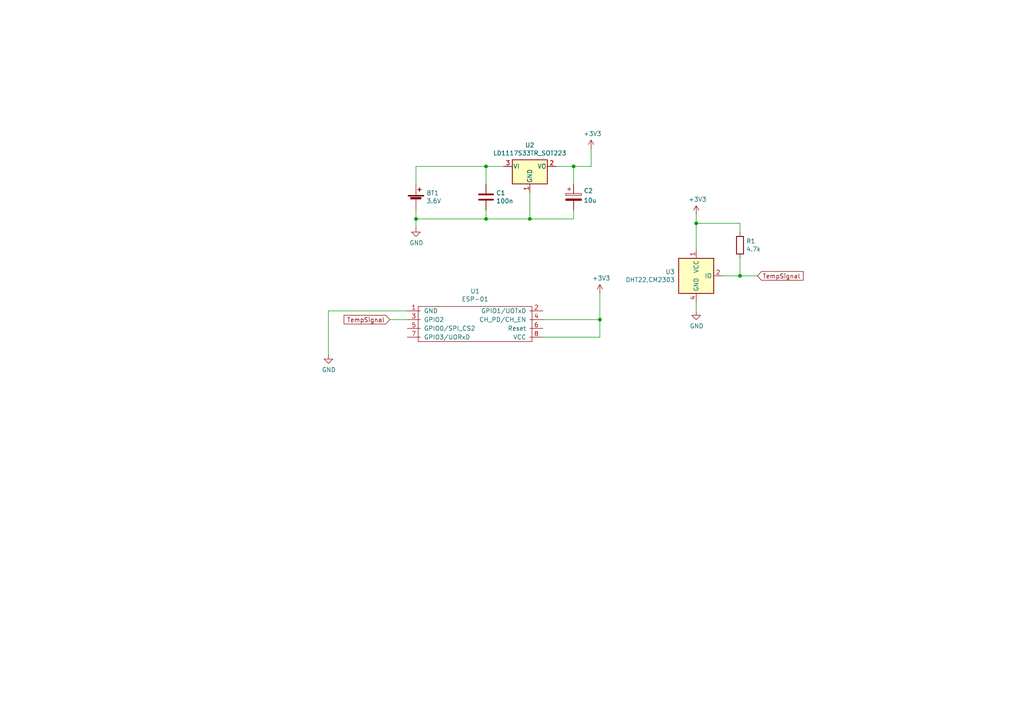
<source format=kicad_sch>
(kicad_sch (version 20211123) (generator eeschema)
  (paper "A4")
  (lib_symbols
    (symbol "Device:Battery_Cell" (pin_numbers hide) (pin_names (offset 0) hide)
      (property "Reference" "BT" (at 2.54 2.54 0))
      (property "Value" "Battery_Cell" (at 2.54 0 0))
      (symbol "Battery_Cell_0_1"
        (rectangle (start -2.286 1.778) (end 2.286 1.524) (fill (type outline)))
        (rectangle (start -1.5748 1.1938) (end 1.4732 0.6858) (fill (type outline)))
        (polyline (pts (xy 0 0.762) (xy 0 0)))
        (polyline (pts (xy 0 1.778) (xy 0 2.54)))
        (polyline (pts (xy 0.508 3.429) (xy 1.524 3.429)) (stroke (width 0.254)))
        (polyline (pts (xy 1.016 3.937) (xy 1.016 2.921)) (stroke (width 0.254)))
      )
      (symbol "Battery_Cell_1_1"
        (pin passive line (at 0 5.08 270) (length 2.54) (name "+") (number "1"))
        (pin passive line (at 0 -2.54 90) (length 2.54) (name "-") (number "2"))
      )
    )
    (symbol "Device:C" (pin_numbers hide) (pin_names (offset 0.254))
      (property "Reference" "C" (at 0.635 2.54 0))
      (property "Value" "C" (at 0.635 -2.54 0))
      (symbol "C_0_1"
        (polyline (pts (xy -2.032 -0.762) (xy 2.032 -0.762)) (stroke (width 0.508)))
        (polyline (pts (xy -2.032 0.762) (xy 2.032 0.762)) (stroke (width 0.508)))
      )
      (symbol "C_1_1"
        (pin passive line (at 0 3.81 270) (length 2.794) (name "~") (number "1"))
        (pin passive line (at 0 -3.81 90) (length 2.794) (name "~") (number "2"))
      )
    )
    (symbol "Device:C_Polarized" (pin_numbers hide) (pin_names (offset 0.254))
      (property "Reference" "C" (at 0.635 2.54 0))
      (property "Value" "C_Polarized" (at 0.635 -2.54 0))
      (symbol "C_Polarized_0_1"
        (rectangle (start -2.286 0.508) (end 2.286 1.016))
        (polyline (pts (xy -1.778 2.286) (xy -0.762 2.286)))
        (polyline (pts (xy -1.27 2.794) (xy -1.27 1.778)))
        (rectangle (start 2.286 -0.508) (end -2.286 -1.016) (fill (type outline)))
      )
      (symbol "C_Polarized_1_1"
        (pin passive line (at 0 3.81 270) (length 2.794) (name "~") (number "1"))
        (pin passive line (at 0 -3.81 90) (length 2.794) (name "~") (number "2"))
      )
    )
    (symbol "Device:R" (pin_numbers hide) (pin_names (offset 0))
      (property "Reference" "R" (at 2.032 0 90))
      (property "Value" "R" (at 0 0 90))
      (symbol "R_0_1"
        (rectangle (start -1.016 -2.54) (end 1.016 2.54) (stroke (width 0.254)))
      )
      (symbol "R_1_1"
        (pin passive line (at 0 3.81 270) (length 1.27) (name "~") (number "1"))
        (pin passive line (at 0 -3.81 90) (length 1.27) (name "~") (number "2"))
      )
    )
    (symbol "My_Arduino:ESP-01" (pin_names (offset 1.016))
      (property "Reference" "U" (at 5.08 2.54 0))
      (property "Value" "ESP-01" (at 9.525 -10.16 0))
      (symbol "ESP-01_0_1"
        (polyline (pts (xy 3.175 1.27) (xy 3.175 -8.89) (xy 36.195 -8.89) (xy 36.195 1.27) (xy 3.175 1.27)))
      )
      (symbol "ESP-01_1_1"
        (pin output line (at 0 0 0) (length 3.81) (name "GND") (number "1"))
        (pin power_in line (at 39.37 0 180) (length 3.81) (name "GPIO1/UOTxD") (number "2"))
        (pin input line (at 0 -2.54 0) (length 3.81) (name "GPIO2") (number "3"))
        (pin tri_state line (at 39.37 -2.54 180) (length 3.81) (name "CH_PD/CH_EN") (number "4"))
        (pin input line (at 0 -5.08 0) (length 3.81) (name "GPIO0/SPI_CS2") (number "5"))
        (pin tri_state line (at 39.37 -5.08 180) (length 3.81) (name "Reset") (number "6"))
        (pin power_in line (at 0 -7.62 0) (length 3.81) (name "GPIO3/UORxD") (number "7"))
        (pin input line (at 39.37 -7.62 180) (length 3.81) (name "VCC") (number "8"))
      )
    )
    (symbol "My_Parts:DHT22,CM2303"
      (property "Reference" "U" (at -3.81 6.35 0))
      (property "Value" "DHT22,CM2303" (at 7.62 6.35 0))
      (symbol "DHT22,CM2303_0_1"
        (rectangle (start -5.08 5.08) (end 5.08 -5.08) (stroke (width 0.254)) (fill (type background)))
      )
      (symbol "DHT22,CM2303_1_1"
        (pin power_in line (at 0 7.62 270) (length 2.54) (name "VCC") (number "1"))
        (pin bidirectional line (at 7.62 0 180) (length 2.54) (name "IO") (number "2"))
        (pin no_connect line (at -5.08 0 0) (length 2.54) hide (name "NC") (number "3"))
        (pin power_in line (at 0 -7.62 90) (length 2.54) (name "GND") (number "4"))
      )
    )
    (symbol "Regulator_Linear:LD1117S33TR_SOT223" (pin_names (offset 0.254))
      (property "Reference" "U" (at -3.81 3.175 0))
      (property "Value" "LD1117S33TR_SOT223" (at 0 3.175 0))
      (symbol "LD1117S33TR_SOT223_0_1"
        (rectangle (start -5.08 -5.08) (end 5.08 1.905) (stroke (width 0.254)) (fill (type background)))
      )
      (symbol "LD1117S33TR_SOT223_1_1"
        (pin power_in line (at 0 -7.62 90) (length 2.54) (name "GND") (number "1"))
        (pin power_out line (at 7.62 0 180) (length 2.54) (name "VO") (number "2"))
        (pin power_in line (at -7.62 0 0) (length 2.54) (name "VI") (number "3"))
      )
    )
    (symbol "power:+3.3V" (power) (pin_names (offset 0))
      (property "Value" "+3.3V" (at 0 3.556 0))
      (symbol "+3.3V_0_1"
        (polyline (pts (xy -0.762 1.27) (xy 0 2.54)))
        (polyline (pts (xy 0 0) (xy 0 2.54)))
        (polyline (pts (xy 0 2.54) (xy 0.762 1.27)))
      )
      (symbol "+3.3V_1_1"
        (pin power_in line (at 0 0 90) (length 0) hide (name "+3V3") (number "1"))
      )
    )
    (symbol "power:GND" (power) (pin_names (offset 0))
      (property "Value" "GND" (at 0 -3.81 0))
      (symbol "GND_0_1"
        (polyline (pts (xy 0 0) (xy 0 -1.27) (xy 1.27 -1.27) (xy 0 -2.54) (xy -1.27 -1.27) (xy 0 -1.27)))
      )
      (symbol "GND_1_1"
        (pin power_in line (at 0 0 270) (length 0) hide (name "GND") (number "1"))
      )
    )
  )
  (junction (at 120.65 63.5))
  (junction (at 140.97 63.5))
  (junction (at 173.99 92.71))
  (junction (at 140.97 48.26))
  (junction (at 214.63 80.01))
  (junction (at 153.67 63.5))
  (junction (at 166.37 48.26))
  (junction (at 201.93 64.77))
  (wire (pts (xy 171.45 48.26) (xy 171.45 43.18)))
  (wire (pts (xy 157.48 97.79) (xy 173.99 97.79)))
  (wire (pts (xy 120.65 48.26) (xy 140.97 48.26)))
  (wire (pts (xy 157.48 92.71) (xy 173.99 92.71)))
  (wire (pts (xy 173.99 85.09) (xy 173.99 92.71)))
  (wire (pts (xy 201.93 90.17) (xy 201.93 87.63)))
  (wire (pts (xy 153.67 55.88) (xy 153.67 63.5)))
  (wire (pts (xy 166.37 48.26) (xy 166.37 53.34)))
  (wire (pts (xy 153.67 63.5) (xy 166.37 63.5)))
  (wire (pts (xy 161.29 48.26) (xy 166.37 48.26)))
  (wire (pts (xy 166.37 63.5) (xy 166.37 60.96)))
  (wire (pts (xy 120.65 63.5) (xy 120.65 66.04)))
  (wire (pts (xy 95.25 90.17) (xy 118.11 90.17)))
  (wire (pts (xy 120.65 53.34) (xy 120.65 48.26)))
  (wire (pts (xy 140.97 63.5) (xy 153.67 63.5)))
  (wire (pts (xy 95.25 90.17) (xy 95.25 102.87)))
  (wire (pts (xy 173.99 92.71) (xy 173.99 97.79)))
  (wire (pts (xy 201.93 64.77) (xy 201.93 62.23)))
  (wire (pts (xy 140.97 60.96) (xy 140.97 63.5)))
  (wire (pts (xy 214.63 67.31) (xy 214.63 64.77)))
  (wire (pts (xy 166.37 48.26) (xy 171.45 48.26)))
  (wire (pts (xy 140.97 48.26) (xy 146.05 48.26)))
  (wire (pts (xy 219.71 80.01) (xy 214.63 80.01)))
  (wire (pts (xy 209.55 80.01) (xy 214.63 80.01)))
  (wire (pts (xy 214.63 80.01) (xy 214.63 74.93)))
  (wire (pts (xy 120.65 60.96) (xy 120.65 63.5)))
  (wire (pts (xy 140.97 53.34) (xy 140.97 48.26)))
  (wire (pts (xy 118.11 92.71) (xy 113.03 92.71)))
  (wire (pts (xy 201.93 72.39) (xy 201.93 64.77)))
  (wire (pts (xy 214.63 64.77) (xy 201.93 64.77)))
  (wire (pts (xy 120.65 63.5) (xy 140.97 63.5)))
  (global_label "TempSignal" (shape input) (at 219.71 80.01 0) (property "Intersheet References" "${INTERSHEET_REFS}" (effects hide)))
  (global_label "TempSignal" (shape input) (at 113.03 92.71 180) (property "Intersheet References" "${INTERSHEET_REFS}" (effects hide)))
  (symbol (lib_id "My_Arduino:ESP-01") (at 118.11 90.17 0) (unit 1)
    (property "Reference" "U1" (at 137.795 84.455 0))
    (property "Value" "ESP-01" (at 137.795 86.7664 0))
    (property "Footprint" "My_Arduino:ESP-01_w_pin_socket_large" (effects hide))
    (property "Datasheet" "http://l0l.org.uk/2014/12/esp8266-modules-hardware-guide-gotta-catch-em-all/" (effects hide))
  )
  (symbol (lib_id "Device:Battery_Cell") (at 120.65 58.42 0) (unit 1)
    (property "Reference" "BT1" (at 123.6472 55.9816 0) (effects (justify left)))
    (property "Value" "3.6V" (at 123.6472 58.293 0) (effects (justify left)))
    (property "Footprint" "My_Headers:2-pin_power_input_header_larger_pads" (effects hide))
  )
  (symbol (lib_id "Regulator_Linear:LD1117S33TR_SOT223") (at 153.67 48.26 0) (unit 1)
    (property "Reference" "U2" (at 153.67 42.1132 0))
    (property "Value" "LD1117S33TR_SOT223" (at 153.67 44.4246 0))
    (property "Footprint" "My_Misc:TO-220-3_Horizontal_TabDown_large" (effects hide))
    (property "Datasheet" "http://www.st.com/st-web-ui/static/active/en/resource/technical/document/datasheet/CD00000544.pdf" (effects hide))
  )
  (symbol (lib_id "Device:C") (at 140.97 57.15 0) (unit 1)
    (property "Reference" "C1" (at 143.891 55.9816 0) (effects (justify left)))
    (property "Value" "100n" (at 143.891 58.293 0) (effects (justify left)))
    (property "Footprint" "My_Misc:C_Disc_D3.0mm_W1.6mm_P2.50mm_larg" (effects hide))
  )
  (symbol (lib_id "power:GND") (at 120.65 66.04 0) (unit 1)
    (property "Reference" "#PWR0101" (effects hide))
    (property "Value" "GND" (at 120.777 70.4342 0))
  )
  (symbol (lib_id "power:+3.3V") (at 171.45 43.18 0) (unit 1)
    (property "Reference" "#PWR0102" (effects hide))
    (property "Value" "+3.3V" (at 171.831 38.7858 0))
  )
  (symbol (lib_id "power:+3.3V") (at 201.93 62.23 0) (unit 1)
    (property "Reference" "#PWR0103" (effects hide))
    (property "Value" "+3.3V" (at 202.311 57.8358 0))
  )
  (symbol (lib_id "power:GND") (at 201.93 90.17 0) (unit 1)
    (property "Reference" "#PWR0104" (effects hide))
    (property "Value" "GND" (at 202.057 94.5642 0))
  )
  (symbol (lib_id "Device:R") (at 214.63 71.12 0) (unit 1)
    (property "Reference" "R1" (at 216.408 69.9516 0) (effects (justify left)))
    (property "Value" "4.7k" (at 216.408 72.263 0) (effects (justify left)))
    (property "Footprint" "My_Misc:R_Axial_DIN0207_L6.3mm_D2.5mm_P10.16mm_Horizontal_larger_pads" (effects hide))
  )
  (symbol (lib_id "power:GND") (at 95.25 102.87 0) (unit 1)
    (property "Reference" "#PWR0105" (effects hide))
    (property "Value" "GND" (at 95.377 107.2642 0))
  )
  (symbol (lib_id "power:+3.3V") (at 173.99 85.09 0) (unit 1)
    (property "Reference" "#PWR0106" (effects hide))
    (property "Value" "+3.3V" (at 174.371 80.6958 0))
  )
  (symbol (lib_id "My_Parts:DHT22,CM2303") (at 201.93 80.01 0) (unit 1)
    (property "Reference" "U3" (at 195.7578 78.8416 0) (effects (justify right)))
    (property "Value" "DHT22,CM2303" (at 195.7578 81.153 0) (effects (justify right)))
    (property "Footprint" "My_Parts:DHT22,RHT03,CM2303_100mil_large" (effects hide))
    (property "Datasheet" "http://akizukidenshi.com/download/ds/aosong/DHT11.pdf" (effects hide))
  )
  (symbol (lib_id "Device:C_Polarized") (at 166.37 57.15 0) (unit 1)
    (property "Reference" "C2" (at 169.291 55.3525 0) (effects (justify left)))
    (property "Value" "10u" (at 169.291 58.1276 0) (effects (justify left)))
    (property "Footprint" "My_Misc:CP_Radial_D5.0mm_P2.50mm_larger_pads" (effects hide))
  )
)
</source>
